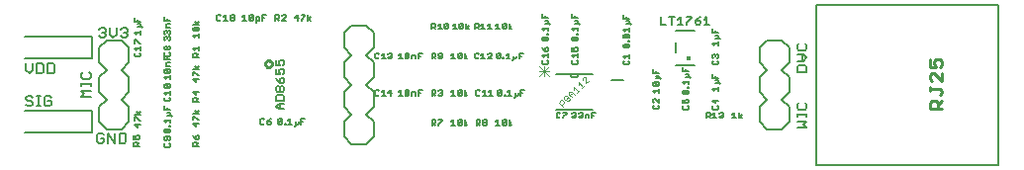
<source format=gto>
G04 EAGLE Gerber X2 export*
G75*
%MOIN*%
%FSLAX24Y24*%
%LPD*%
%AMOC8*
5,1,8,0,0,1.08239X$1,22.5*%
G01*
%ADD10C,0.007000*%
%ADD11C,0.010000*%
%ADD12C,0.008000*%
%ADD13C,0.006000*%
%ADD14C,0.005000*%
%ADD15C,0.017677*%
%ADD16C,0.003000*%
%ADD17C,0.004000*%


D10*
X2735Y5860D02*
X2790Y5915D01*
X2900Y5915D01*
X2955Y5860D01*
X2955Y5805D01*
X2900Y5750D01*
X2845Y5750D01*
X2900Y5750D02*
X2955Y5695D01*
X2955Y5640D01*
X2900Y5585D01*
X2790Y5585D01*
X2735Y5640D01*
X3103Y5695D02*
X3103Y5915D01*
X3103Y5695D02*
X3213Y5585D01*
X3324Y5695D01*
X3324Y5915D01*
X3472Y5860D02*
X3527Y5915D01*
X3637Y5915D01*
X3692Y5860D01*
X3692Y5805D01*
X3637Y5750D01*
X3582Y5750D01*
X3637Y5750D02*
X3692Y5695D01*
X3692Y5640D01*
X3637Y5585D01*
X3527Y5585D01*
X3472Y5640D01*
X2850Y2365D02*
X2905Y2310D01*
X2850Y2365D02*
X2740Y2365D01*
X2685Y2310D01*
X2685Y2090D01*
X2740Y2035D01*
X2850Y2035D01*
X2905Y2090D01*
X2905Y2200D01*
X2795Y2200D01*
X3053Y2035D02*
X3053Y2365D01*
X3274Y2035D01*
X3274Y2365D01*
X3422Y2365D02*
X3422Y2035D01*
X3587Y2035D01*
X3642Y2090D01*
X3642Y2310D01*
X3587Y2365D01*
X3422Y2365D01*
D11*
X8338Y4700D02*
X8340Y4721D01*
X8346Y4740D01*
X8355Y4759D01*
X8367Y4775D01*
X8383Y4789D01*
X8400Y4800D01*
X8419Y4808D01*
X8440Y4812D01*
X8460Y4812D01*
X8481Y4808D01*
X8500Y4800D01*
X8517Y4789D01*
X8533Y4775D01*
X8545Y4759D01*
X8554Y4740D01*
X8560Y4721D01*
X8562Y4700D01*
X8560Y4679D01*
X8554Y4660D01*
X8545Y4641D01*
X8533Y4625D01*
X8517Y4611D01*
X8500Y4600D01*
X8481Y4592D01*
X8460Y4588D01*
X8440Y4588D01*
X8419Y4592D01*
X8400Y4600D01*
X8383Y4611D01*
X8367Y4625D01*
X8355Y4641D01*
X8346Y4660D01*
X8340Y4679D01*
X8338Y4700D01*
D12*
X26265Y2558D02*
X26585Y2558D01*
X26479Y2665D01*
X26585Y2771D01*
X26265Y2771D01*
X26265Y2926D02*
X26265Y3033D01*
X26265Y2980D02*
X26585Y2980D01*
X26585Y3033D02*
X26585Y2926D01*
X26585Y3332D02*
X26532Y3385D01*
X26585Y3332D02*
X26585Y3225D01*
X26532Y3172D01*
X26318Y3172D01*
X26265Y3225D01*
X26265Y3332D01*
X26318Y3385D01*
X26265Y4435D02*
X26585Y4435D01*
X26265Y4435D02*
X26265Y4595D01*
X26318Y4649D01*
X26532Y4649D01*
X26585Y4595D01*
X26585Y4435D01*
X26479Y4803D02*
X26265Y4803D01*
X26479Y4803D02*
X26585Y4910D01*
X26479Y5017D01*
X26265Y5017D01*
X26425Y5017D02*
X26425Y4803D01*
X26585Y5332D02*
X26532Y5385D01*
X26585Y5332D02*
X26585Y5225D01*
X26532Y5172D01*
X26318Y5172D01*
X26265Y5225D01*
X26265Y5332D01*
X26318Y5385D01*
D13*
X280Y4720D02*
X280Y4493D01*
X393Y4380D01*
X507Y4493D01*
X507Y4720D01*
X648Y4720D02*
X648Y4380D01*
X818Y4380D01*
X875Y4437D01*
X875Y4664D01*
X818Y4720D01*
X648Y4720D01*
X1017Y4720D02*
X1017Y4380D01*
X1187Y4380D01*
X1243Y4437D01*
X1243Y4664D01*
X1187Y4720D01*
X1017Y4720D01*
X450Y3620D02*
X507Y3564D01*
X450Y3620D02*
X337Y3620D01*
X280Y3564D01*
X280Y3507D01*
X337Y3450D01*
X450Y3450D01*
X507Y3393D01*
X507Y3337D01*
X450Y3280D01*
X337Y3280D01*
X280Y3337D01*
X648Y3280D02*
X762Y3280D01*
X705Y3280D02*
X705Y3620D01*
X648Y3620D02*
X762Y3620D01*
X1064Y3620D02*
X1121Y3564D01*
X1064Y3620D02*
X951Y3620D01*
X894Y3564D01*
X894Y3337D01*
X951Y3280D01*
X1064Y3280D01*
X1121Y3337D01*
X1121Y3450D01*
X1007Y3450D01*
D14*
X20410Y4774D02*
X20442Y4806D01*
X20410Y4774D02*
X20410Y4711D01*
X20442Y4679D01*
X20568Y4679D01*
X20600Y4711D01*
X20600Y4774D01*
X20568Y4806D01*
X20473Y4900D02*
X20410Y4963D01*
X20600Y4963D01*
X20600Y4900D02*
X20600Y5027D01*
X20568Y5242D02*
X20442Y5242D01*
X20410Y5274D01*
X20410Y5337D01*
X20442Y5369D01*
X20568Y5369D01*
X20600Y5337D01*
X20600Y5274D01*
X20568Y5242D01*
X20442Y5369D01*
X20568Y5463D02*
X20600Y5463D01*
X20568Y5463D02*
X20568Y5495D01*
X20600Y5495D01*
X20600Y5463D01*
X20568Y5574D02*
X20442Y5574D01*
X20410Y5605D01*
X20410Y5669D01*
X20442Y5701D01*
X20568Y5701D01*
X20600Y5669D01*
X20600Y5605D01*
X20568Y5574D01*
X20442Y5701D01*
X20473Y5795D02*
X20410Y5858D01*
X20600Y5858D01*
X20600Y5795D02*
X20600Y5922D01*
X20568Y6047D02*
X20505Y6047D01*
X20568Y6047D02*
X20600Y6079D01*
X20600Y6111D01*
X20568Y6143D01*
X20505Y6143D01*
X20568Y6047D02*
X20632Y6047D01*
X20663Y6016D01*
X20600Y6237D02*
X20410Y6237D01*
X20410Y6364D01*
X20505Y6300D02*
X20505Y6237D01*
X21442Y3306D02*
X21410Y3274D01*
X21410Y3211D01*
X21442Y3179D01*
X21568Y3179D01*
X21600Y3211D01*
X21600Y3274D01*
X21568Y3306D01*
X21600Y3400D02*
X21600Y3527D01*
X21600Y3400D02*
X21473Y3527D01*
X21442Y3527D01*
X21410Y3495D01*
X21410Y3432D01*
X21442Y3400D01*
X21473Y3733D02*
X21410Y3796D01*
X21600Y3796D01*
X21600Y3733D02*
X21600Y3860D01*
X21568Y3954D02*
X21442Y3954D01*
X21410Y3986D01*
X21410Y4049D01*
X21442Y4081D01*
X21568Y4081D01*
X21600Y4049D01*
X21600Y3986D01*
X21568Y3954D01*
X21442Y4081D01*
X21505Y4207D02*
X21568Y4207D01*
X21600Y4238D01*
X21600Y4270D01*
X21568Y4302D01*
X21505Y4302D01*
X21568Y4207D02*
X21632Y4207D01*
X21663Y4175D01*
X21600Y4396D02*
X21410Y4396D01*
X21410Y4523D01*
X21505Y4459D02*
X21505Y4396D01*
X23410Y4774D02*
X23442Y4806D01*
X23410Y4774D02*
X23410Y4711D01*
X23442Y4679D01*
X23568Y4679D01*
X23600Y4711D01*
X23600Y4774D01*
X23568Y4806D01*
X23442Y4900D02*
X23410Y4932D01*
X23410Y4995D01*
X23442Y5027D01*
X23473Y5027D01*
X23505Y4995D01*
X23505Y4963D01*
X23505Y4995D02*
X23537Y5027D01*
X23568Y5027D01*
X23600Y4995D01*
X23600Y4932D01*
X23568Y4900D01*
X23473Y5319D02*
X23410Y5382D01*
X23600Y5382D01*
X23600Y5319D02*
X23600Y5445D01*
X23568Y5571D02*
X23505Y5571D01*
X23568Y5571D02*
X23600Y5603D01*
X23600Y5635D01*
X23568Y5666D01*
X23505Y5666D01*
X23568Y5571D02*
X23632Y5571D01*
X23663Y5540D01*
X23600Y5760D02*
X23410Y5760D01*
X23410Y5887D01*
X23505Y5824D02*
X23505Y5760D01*
X23442Y3281D02*
X23410Y3249D01*
X23410Y3186D01*
X23442Y3154D01*
X23568Y3154D01*
X23600Y3186D01*
X23600Y3249D01*
X23568Y3281D01*
X23600Y3470D02*
X23410Y3470D01*
X23505Y3375D01*
X23505Y3502D01*
X23473Y3794D02*
X23410Y3857D01*
X23600Y3857D01*
X23600Y3794D02*
X23600Y3920D01*
X23568Y4046D02*
X23505Y4046D01*
X23568Y4046D02*
X23600Y4078D01*
X23600Y4110D01*
X23568Y4141D01*
X23505Y4141D01*
X23568Y4046D02*
X23632Y4046D01*
X23663Y4015D01*
X23600Y4235D02*
X23410Y4235D01*
X23410Y4362D01*
X23505Y4299D02*
X23505Y4235D01*
X8975Y3175D02*
X8795Y3175D01*
X8705Y3265D01*
X8795Y3355D01*
X8975Y3355D01*
X8840Y3355D02*
X8840Y3175D01*
X8705Y3470D02*
X8975Y3470D01*
X8975Y3605D01*
X8930Y3650D01*
X8750Y3650D01*
X8705Y3605D01*
X8705Y3470D01*
X8750Y3764D02*
X8705Y3809D01*
X8705Y3899D01*
X8750Y3944D01*
X8795Y3944D01*
X8840Y3899D01*
X8885Y3944D01*
X8930Y3944D01*
X8975Y3899D01*
X8975Y3809D01*
X8930Y3764D01*
X8885Y3764D01*
X8840Y3809D01*
X8795Y3764D01*
X8750Y3764D01*
X8840Y3809D02*
X8840Y3899D01*
X8750Y4149D02*
X8705Y4239D01*
X8750Y4149D02*
X8840Y4059D01*
X8930Y4059D01*
X8975Y4104D01*
X8975Y4194D01*
X8930Y4239D01*
X8885Y4239D01*
X8840Y4194D01*
X8840Y4059D01*
X8705Y4354D02*
X8705Y4534D01*
X8705Y4354D02*
X8840Y4354D01*
X8795Y4444D01*
X8795Y4489D01*
X8840Y4534D01*
X8930Y4534D01*
X8975Y4489D01*
X8975Y4399D01*
X8930Y4354D01*
X8705Y4648D02*
X8705Y4828D01*
X8705Y4648D02*
X8840Y4648D01*
X8795Y4738D01*
X8795Y4783D01*
X8840Y4828D01*
X8930Y4828D01*
X8975Y4783D01*
X8975Y4693D01*
X8930Y4648D01*
X6100Y4929D02*
X5910Y4929D01*
X5910Y5024D01*
X5942Y5056D01*
X6005Y5056D01*
X6037Y5024D01*
X6037Y4929D01*
X6037Y4992D02*
X6100Y5056D01*
X5973Y5150D02*
X5910Y5213D01*
X6100Y5213D01*
X6100Y5150D02*
X6100Y5277D01*
X5973Y5587D02*
X5910Y5650D01*
X6100Y5650D01*
X6100Y5587D02*
X6100Y5714D01*
X6068Y5808D02*
X5942Y5808D01*
X5910Y5840D01*
X5910Y5903D01*
X5942Y5935D01*
X6068Y5935D01*
X6100Y5903D01*
X6100Y5840D01*
X6068Y5808D01*
X5942Y5935D01*
X5910Y6029D02*
X6100Y6029D01*
X6037Y6029D02*
X6100Y6124D01*
X6037Y6029D02*
X5973Y6124D01*
X8679Y6150D02*
X8679Y6340D01*
X8774Y6340D01*
X8806Y6308D01*
X8806Y6245D01*
X8774Y6213D01*
X8679Y6213D01*
X8742Y6213D02*
X8806Y6150D01*
X8900Y6150D02*
X9027Y6150D01*
X8900Y6150D02*
X9027Y6277D01*
X9027Y6308D01*
X8995Y6340D01*
X8932Y6340D01*
X8900Y6308D01*
X9432Y6340D02*
X9432Y6150D01*
X9337Y6245D02*
X9432Y6340D01*
X9464Y6245D02*
X9337Y6245D01*
X9558Y6340D02*
X9685Y6340D01*
X9685Y6308D01*
X9558Y6182D01*
X9558Y6150D01*
X9779Y6150D02*
X9779Y6340D01*
X9779Y6213D02*
X9874Y6150D01*
X9779Y6213D02*
X9874Y6277D01*
D10*
X22181Y5830D02*
X22819Y5830D01*
X22819Y4670D02*
X22181Y4670D01*
X22181Y5084D02*
X22181Y5416D01*
D15*
X22605Y4875D03*
D13*
X21655Y6030D02*
X21655Y6290D01*
X21655Y6030D02*
X21828Y6030D01*
X22036Y6030D02*
X22036Y6290D01*
X21950Y6290D02*
X22123Y6290D01*
X22244Y6203D02*
X22331Y6290D01*
X22331Y6030D01*
X22244Y6030D02*
X22418Y6030D01*
X22539Y6290D02*
X22712Y6290D01*
X22712Y6247D01*
X22539Y6073D01*
X22539Y6030D01*
X22920Y6247D02*
X23007Y6290D01*
X22920Y6247D02*
X22834Y6160D01*
X22834Y6073D01*
X22877Y6030D01*
X22964Y6030D01*
X23007Y6073D01*
X23007Y6117D01*
X22964Y6160D01*
X22834Y6160D01*
X23128Y6203D02*
X23215Y6290D01*
X23215Y6030D01*
X23128Y6030D02*
X23302Y6030D01*
D14*
X22442Y3281D02*
X22410Y3249D01*
X22410Y3186D01*
X22442Y3154D01*
X22568Y3154D01*
X22600Y3186D01*
X22600Y3249D01*
X22568Y3281D01*
X22410Y3375D02*
X22410Y3502D01*
X22410Y3375D02*
X22505Y3375D01*
X22473Y3438D01*
X22473Y3470D01*
X22505Y3502D01*
X22568Y3502D01*
X22600Y3470D01*
X22600Y3407D01*
X22568Y3375D01*
X22568Y3678D02*
X22442Y3678D01*
X22410Y3709D01*
X22410Y3773D01*
X22442Y3805D01*
X22568Y3805D01*
X22600Y3773D01*
X22600Y3709D01*
X22568Y3678D01*
X22442Y3805D01*
X22568Y3899D02*
X22600Y3899D01*
X22568Y3899D02*
X22568Y3930D01*
X22600Y3930D01*
X22600Y3899D01*
X22473Y4009D02*
X22410Y4073D01*
X22600Y4073D01*
X22600Y4136D02*
X22600Y4009D01*
X22568Y4262D02*
X22505Y4262D01*
X22568Y4262D02*
X22600Y4294D01*
X22600Y4325D01*
X22568Y4357D01*
X22505Y4357D01*
X22568Y4262D02*
X22632Y4262D01*
X22663Y4230D01*
X22600Y4451D02*
X22410Y4451D01*
X22410Y4578D01*
X22505Y4515D02*
X22505Y4451D01*
X8306Y2808D02*
X8274Y2840D01*
X8211Y2840D01*
X8179Y2808D01*
X8179Y2682D01*
X8211Y2650D01*
X8274Y2650D01*
X8306Y2682D01*
X8463Y2808D02*
X8527Y2840D01*
X8463Y2808D02*
X8400Y2745D01*
X8400Y2682D01*
X8432Y2650D01*
X8495Y2650D01*
X8527Y2682D01*
X8527Y2713D01*
X8495Y2745D01*
X8400Y2745D01*
X8778Y2682D02*
X8778Y2808D01*
X8809Y2840D01*
X8873Y2840D01*
X8905Y2808D01*
X8905Y2682D01*
X8873Y2650D01*
X8809Y2650D01*
X8778Y2682D01*
X8905Y2808D01*
X8999Y2682D02*
X8999Y2650D01*
X8999Y2682D02*
X9030Y2682D01*
X9030Y2650D01*
X8999Y2650D01*
X9109Y2777D02*
X9173Y2840D01*
X9173Y2650D01*
X9236Y2650D02*
X9109Y2650D01*
X9362Y2682D02*
X9362Y2745D01*
X9362Y2682D02*
X9394Y2650D01*
X9425Y2650D01*
X9457Y2682D01*
X9457Y2745D01*
X9362Y2682D02*
X9362Y2618D01*
X9330Y2587D01*
X9551Y2650D02*
X9551Y2840D01*
X9678Y2840D01*
X9615Y2745D02*
X9551Y2745D01*
X6100Y3429D02*
X5910Y3429D01*
X5910Y3524D01*
X5942Y3556D01*
X6005Y3556D01*
X6037Y3524D01*
X6037Y3429D01*
X6037Y3492D02*
X6100Y3556D01*
X6100Y3745D02*
X5910Y3745D01*
X6005Y3650D01*
X6005Y3777D01*
X6100Y4182D02*
X5910Y4182D01*
X6005Y4087D01*
X6005Y4214D01*
X5910Y4308D02*
X5910Y4435D01*
X5942Y4435D01*
X6068Y4308D01*
X6100Y4308D01*
X6100Y4529D02*
X5910Y4529D01*
X6037Y4529D02*
X6100Y4624D01*
X6037Y4529D02*
X5973Y4624D01*
X4100Y1929D02*
X3910Y1929D01*
X3910Y2024D01*
X3942Y2056D01*
X4005Y2056D01*
X4037Y2024D01*
X4037Y1929D01*
X4037Y1992D02*
X4100Y2056D01*
X3910Y2150D02*
X3910Y2277D01*
X3910Y2150D02*
X4005Y2150D01*
X3973Y2213D01*
X3973Y2245D01*
X4005Y2277D01*
X4068Y2277D01*
X4100Y2245D01*
X4100Y2182D01*
X4068Y2150D01*
X4125Y2657D02*
X3935Y2657D01*
X4030Y2562D01*
X4030Y2689D01*
X3935Y2783D02*
X3935Y2910D01*
X3967Y2910D01*
X4093Y2783D01*
X4125Y2783D01*
X4125Y3004D02*
X3935Y3004D01*
X4062Y3004D02*
X4125Y3099D01*
X4062Y3004D02*
X3998Y3099D01*
X5910Y1929D02*
X6100Y1929D01*
X5910Y1929D02*
X5910Y2024D01*
X5942Y2056D01*
X6005Y2056D01*
X6037Y2024D01*
X6037Y1929D01*
X6037Y1992D02*
X6100Y2056D01*
X5942Y2213D02*
X5910Y2277D01*
X5942Y2213D02*
X6005Y2150D01*
X6068Y2150D01*
X6100Y2182D01*
X6100Y2245D01*
X6068Y2277D01*
X6037Y2277D01*
X6005Y2245D01*
X6005Y2150D01*
X6100Y2682D02*
X5910Y2682D01*
X6005Y2587D01*
X6005Y2714D01*
X5910Y2808D02*
X5910Y2935D01*
X5942Y2935D01*
X6068Y2808D01*
X6100Y2808D01*
X6100Y3029D02*
X5910Y3029D01*
X6037Y3029D02*
X6100Y3124D01*
X6037Y3029D02*
X5973Y3124D01*
D12*
X3000Y4500D02*
X2750Y4750D01*
X2750Y5250D01*
X3000Y5500D01*
X3500Y5500D02*
X3750Y5250D01*
X3750Y4750D01*
X3500Y4500D01*
X2750Y3250D02*
X2750Y2750D01*
X2750Y3250D02*
X3000Y3500D01*
X3500Y3500D02*
X3750Y3250D01*
X3000Y3500D02*
X2750Y3750D01*
X2750Y4250D01*
X3000Y4500D01*
X3500Y4500D02*
X3750Y4250D01*
X3750Y3750D01*
X3500Y3500D01*
X3500Y2500D02*
X3000Y2500D01*
X2750Y2750D01*
X3500Y2500D02*
X3750Y2750D01*
X3750Y3250D01*
X3500Y5500D02*
X3000Y5500D01*
D10*
X2465Y3585D02*
X2135Y3585D01*
X2245Y3695D01*
X2135Y3805D01*
X2465Y3805D01*
X2465Y3953D02*
X2465Y4063D01*
X2465Y4008D02*
X2135Y4008D01*
X2135Y3953D02*
X2135Y4063D01*
X2135Y4364D02*
X2190Y4419D01*
X2135Y4364D02*
X2135Y4254D01*
X2190Y4199D01*
X2410Y4199D01*
X2465Y4254D01*
X2465Y4364D01*
X2410Y4419D01*
D14*
X6814Y6340D02*
X6845Y6308D01*
X6814Y6340D02*
X6750Y6340D01*
X6719Y6308D01*
X6719Y6182D01*
X6750Y6150D01*
X6814Y6150D01*
X6845Y6182D01*
X6940Y6277D02*
X7003Y6340D01*
X7003Y6150D01*
X6940Y6150D02*
X7066Y6150D01*
X7160Y6308D02*
X7192Y6340D01*
X7256Y6340D01*
X7287Y6308D01*
X7287Y6277D01*
X7256Y6245D01*
X7287Y6213D01*
X7287Y6182D01*
X7256Y6150D01*
X7192Y6150D01*
X7160Y6182D01*
X7160Y6213D01*
X7192Y6245D01*
X7160Y6277D01*
X7160Y6308D01*
X7192Y6245D02*
X7256Y6245D01*
X7583Y6277D02*
X7646Y6340D01*
X7646Y6150D01*
X7583Y6150D02*
X7710Y6150D01*
X7804Y6182D02*
X7804Y6308D01*
X7836Y6340D01*
X7899Y6340D01*
X7931Y6308D01*
X7931Y6182D01*
X7899Y6150D01*
X7836Y6150D01*
X7804Y6182D01*
X7931Y6308D01*
X8025Y6277D02*
X8025Y6087D01*
X8025Y6277D02*
X8120Y6277D01*
X8152Y6245D01*
X8152Y6182D01*
X8120Y6150D01*
X8025Y6150D01*
X8246Y6150D02*
X8246Y6340D01*
X8373Y6340D01*
X8309Y6245D02*
X8246Y6245D01*
D12*
X25000Y4750D02*
X25250Y4500D01*
X25000Y4750D02*
X25000Y5250D01*
X25250Y5500D01*
X25750Y5500D02*
X26000Y5250D01*
X26000Y4750D01*
X25750Y4500D01*
X25000Y3250D02*
X25000Y2750D01*
X25000Y3250D02*
X25250Y3500D01*
X25750Y3500D02*
X26000Y3250D01*
X25250Y3500D02*
X25000Y3750D01*
X25000Y4250D01*
X25250Y4500D01*
X25750Y4500D02*
X26000Y4250D01*
X26000Y3750D01*
X25750Y3500D01*
X25750Y2500D02*
X25250Y2500D01*
X25000Y2750D01*
X25750Y2500D02*
X26000Y2750D01*
X26000Y3250D01*
X25750Y5500D02*
X25250Y5500D01*
D14*
X23194Y3065D02*
X23194Y2875D01*
X23194Y3065D02*
X23289Y3065D01*
X23320Y3033D01*
X23320Y2970D01*
X23289Y2938D01*
X23194Y2938D01*
X23257Y2938D02*
X23320Y2875D01*
X23415Y3002D02*
X23478Y3065D01*
X23478Y2875D01*
X23415Y2875D02*
X23541Y2875D01*
X23635Y3033D02*
X23667Y3065D01*
X23731Y3065D01*
X23762Y3033D01*
X23762Y3002D01*
X23731Y2970D01*
X23699Y2970D01*
X23731Y2970D02*
X23762Y2938D01*
X23762Y2907D01*
X23731Y2875D01*
X23667Y2875D01*
X23635Y2907D01*
X24072Y3002D02*
X24136Y3065D01*
X24136Y2875D01*
X24199Y2875D02*
X24072Y2875D01*
X24293Y2875D02*
X24293Y3065D01*
X24293Y2938D02*
X24388Y2875D01*
X24293Y2938D02*
X24388Y3002D01*
D13*
X20400Y4150D02*
X20010Y4150D01*
X19360Y3140D02*
X18140Y3140D01*
X18870Y4360D02*
X19360Y4360D01*
X18870Y4360D02*
X18630Y4360D01*
X18140Y4360D01*
X18630Y4360D02*
X18632Y4339D01*
X18637Y4319D01*
X18646Y4300D01*
X18658Y4283D01*
X18673Y4268D01*
X18690Y4256D01*
X18709Y4247D01*
X18729Y4242D01*
X18750Y4240D01*
X18771Y4242D01*
X18791Y4247D01*
X18810Y4256D01*
X18827Y4268D01*
X18842Y4283D01*
X18854Y4300D01*
X18863Y4319D01*
X18868Y4339D01*
X18870Y4360D01*
D16*
X17899Y4293D02*
X17585Y4607D01*
X17585Y4293D02*
X17899Y4607D01*
X17899Y4450D02*
X17585Y4450D01*
X17742Y4293D02*
X17742Y4607D01*
D17*
X18226Y3402D02*
X18368Y3261D01*
X18226Y3402D02*
X18297Y3473D01*
X18344Y3473D01*
X18392Y3426D01*
X18392Y3379D01*
X18321Y3308D01*
X18453Y3629D02*
X18501Y3629D01*
X18453Y3629D02*
X18406Y3582D01*
X18406Y3535D01*
X18501Y3441D01*
X18548Y3441D01*
X18595Y3488D01*
X18595Y3535D01*
X18548Y3582D01*
X18501Y3535D01*
X18586Y3668D02*
X18680Y3573D01*
X18586Y3668D02*
X18586Y3762D01*
X18680Y3762D01*
X18775Y3668D01*
X18704Y3739D02*
X18610Y3644D01*
X18742Y3824D02*
X18742Y3918D01*
X18884Y3777D01*
X18837Y3730D02*
X18931Y3824D01*
X18899Y3980D02*
X18899Y4075D01*
X19040Y3933D01*
X18993Y3886D02*
X19087Y3980D01*
X19149Y4042D02*
X19244Y4137D01*
X19149Y4231D02*
X19149Y4042D01*
X19149Y4231D02*
X19126Y4254D01*
X19078Y4254D01*
X19031Y4207D01*
X19031Y4160D01*
D12*
X11000Y5250D02*
X11000Y5750D01*
X11250Y6000D01*
X11750Y6000D02*
X12000Y5750D01*
X11000Y4250D02*
X11250Y4000D01*
X11000Y4250D02*
X11000Y4750D01*
X11250Y5000D01*
X11750Y5000D02*
X12000Y4750D01*
X12000Y4250D01*
X11750Y4000D01*
X11250Y5000D02*
X11000Y5250D01*
X11750Y5000D02*
X12000Y5250D01*
X12000Y5750D01*
X11000Y2750D02*
X11000Y2250D01*
X11000Y2750D02*
X11250Y3000D01*
X11750Y3000D02*
X12000Y2750D01*
X11250Y3000D02*
X11000Y3250D01*
X11000Y3750D01*
X11250Y4000D01*
X11750Y4000D02*
X12000Y3750D01*
X12000Y3250D01*
X11750Y3000D01*
X11750Y2000D02*
X11250Y2000D01*
X11000Y2250D01*
X11750Y2000D02*
X12000Y2250D01*
X12000Y2750D01*
X11750Y6000D02*
X11250Y6000D01*
D14*
X4967Y5081D02*
X4935Y5049D01*
X4935Y4986D01*
X4967Y4954D01*
X5093Y4954D01*
X5125Y4986D01*
X5125Y5049D01*
X5093Y5081D01*
X4967Y5175D02*
X4935Y5207D01*
X4935Y5270D01*
X4967Y5302D01*
X4998Y5302D01*
X5030Y5270D01*
X5062Y5302D01*
X5093Y5302D01*
X5125Y5270D01*
X5125Y5207D01*
X5093Y5175D01*
X5062Y5175D01*
X5030Y5207D01*
X4998Y5175D01*
X4967Y5175D01*
X5030Y5207D02*
X5030Y5270D01*
X4967Y5483D02*
X4935Y5515D01*
X4935Y5578D01*
X4967Y5610D01*
X4998Y5610D01*
X5030Y5578D01*
X5030Y5546D01*
X5030Y5578D02*
X5062Y5610D01*
X5093Y5610D01*
X5125Y5578D01*
X5125Y5515D01*
X5093Y5483D01*
X4967Y5704D02*
X4935Y5736D01*
X4935Y5799D01*
X4967Y5831D01*
X4998Y5831D01*
X5030Y5799D01*
X5030Y5767D01*
X5030Y5799D02*
X5062Y5831D01*
X5093Y5831D01*
X5125Y5799D01*
X5125Y5736D01*
X5093Y5704D01*
X5125Y5925D02*
X4998Y5925D01*
X4998Y6020D01*
X5030Y6052D01*
X5125Y6052D01*
X5125Y6146D02*
X4935Y6146D01*
X4935Y6273D01*
X5030Y6209D02*
X5030Y6146D01*
X4967Y2031D02*
X4935Y1999D01*
X4935Y1936D01*
X4967Y1904D01*
X5093Y1904D01*
X5125Y1936D01*
X5125Y1999D01*
X5093Y2031D01*
X5093Y2125D02*
X5125Y2157D01*
X5125Y2220D01*
X5093Y2252D01*
X4967Y2252D01*
X4935Y2220D01*
X4935Y2157D01*
X4967Y2125D01*
X4998Y2125D01*
X5030Y2157D01*
X5030Y2252D01*
X5093Y2378D02*
X4967Y2378D01*
X4935Y2409D01*
X4935Y2473D01*
X4967Y2505D01*
X5093Y2505D01*
X5125Y2473D01*
X5125Y2409D01*
X5093Y2378D01*
X4967Y2505D01*
X5093Y2599D02*
X5125Y2599D01*
X5093Y2599D02*
X5093Y2630D01*
X5125Y2630D01*
X5125Y2599D01*
X4998Y2709D02*
X4935Y2773D01*
X5125Y2773D01*
X5125Y2836D02*
X5125Y2709D01*
X5093Y2962D02*
X5030Y2962D01*
X5093Y2962D02*
X5125Y2994D01*
X5125Y3025D01*
X5093Y3057D01*
X5030Y3057D01*
X5093Y2962D02*
X5157Y2962D01*
X5188Y2930D01*
X5125Y3151D02*
X4935Y3151D01*
X4935Y3278D01*
X5030Y3215D02*
X5030Y3151D01*
X4935Y3539D02*
X4967Y3570D01*
X4935Y3539D02*
X4935Y3475D01*
X4967Y3444D01*
X5093Y3444D01*
X5125Y3475D01*
X5125Y3539D01*
X5093Y3570D01*
X4998Y3665D02*
X4935Y3728D01*
X5125Y3728D01*
X5125Y3665D02*
X5125Y3791D01*
X5093Y3885D02*
X4967Y3885D01*
X4935Y3917D01*
X4935Y3981D01*
X4967Y4012D01*
X5093Y4012D01*
X5125Y3981D01*
X5125Y3917D01*
X5093Y3885D01*
X4967Y4012D01*
X4998Y4183D02*
X4935Y4246D01*
X5125Y4246D01*
X5125Y4183D02*
X5125Y4310D01*
X5093Y4404D02*
X4967Y4404D01*
X4935Y4436D01*
X4935Y4499D01*
X4967Y4531D01*
X5093Y4531D01*
X5125Y4499D01*
X5125Y4436D01*
X5093Y4404D01*
X4967Y4531D01*
X4998Y4625D02*
X5125Y4625D01*
X4998Y4625D02*
X4998Y4720D01*
X5030Y4752D01*
X5125Y4752D01*
X5125Y4846D02*
X4935Y4846D01*
X4935Y4973D01*
X5030Y4909D02*
X5030Y4846D01*
X18249Y3065D02*
X18281Y3033D01*
X18249Y3065D02*
X18186Y3065D01*
X18154Y3033D01*
X18154Y2907D01*
X18186Y2875D01*
X18249Y2875D01*
X18281Y2907D01*
X18375Y3065D02*
X18502Y3065D01*
X18502Y3033D01*
X18375Y2907D01*
X18375Y2875D01*
X18683Y3033D02*
X18715Y3065D01*
X18778Y3065D01*
X18810Y3033D01*
X18810Y3002D01*
X18778Y2970D01*
X18746Y2970D01*
X18778Y2970D02*
X18810Y2938D01*
X18810Y2907D01*
X18778Y2875D01*
X18715Y2875D01*
X18683Y2907D01*
X18904Y3033D02*
X18936Y3065D01*
X18999Y3065D01*
X19031Y3033D01*
X19031Y3002D01*
X18999Y2970D01*
X18967Y2970D01*
X18999Y2970D02*
X19031Y2938D01*
X19031Y2907D01*
X18999Y2875D01*
X18936Y2875D01*
X18904Y2907D01*
X19125Y2875D02*
X19125Y3002D01*
X19220Y3002D01*
X19252Y2970D01*
X19252Y2875D01*
X19346Y2875D02*
X19346Y3065D01*
X19473Y3065D01*
X19409Y2970D02*
X19346Y2970D01*
X13954Y3625D02*
X13954Y3815D01*
X14049Y3815D01*
X14081Y3783D01*
X14081Y3720D01*
X14049Y3688D01*
X13954Y3688D01*
X14017Y3688D02*
X14081Y3625D01*
X14175Y3783D02*
X14207Y3815D01*
X14270Y3815D01*
X14302Y3783D01*
X14302Y3752D01*
X14270Y3720D01*
X14238Y3720D01*
X14270Y3720D02*
X14302Y3688D01*
X14302Y3657D01*
X14270Y3625D01*
X14207Y3625D01*
X14175Y3657D01*
X14612Y3752D02*
X14675Y3815D01*
X14675Y3625D01*
X14612Y3625D02*
X14739Y3625D01*
X14833Y3657D02*
X14833Y3783D01*
X14865Y3815D01*
X14928Y3815D01*
X14960Y3783D01*
X14960Y3657D01*
X14928Y3625D01*
X14865Y3625D01*
X14833Y3657D01*
X14960Y3783D01*
X15054Y3815D02*
X15054Y3625D01*
X15054Y3688D02*
X15149Y3625D01*
X15054Y3688D02*
X15149Y3752D01*
X13954Y2815D02*
X13954Y2625D01*
X13954Y2815D02*
X14049Y2815D01*
X14081Y2783D01*
X14081Y2720D01*
X14049Y2688D01*
X13954Y2688D01*
X14017Y2688D02*
X14081Y2625D01*
X14175Y2815D02*
X14302Y2815D01*
X14302Y2783D01*
X14175Y2657D01*
X14175Y2625D01*
X14612Y2752D02*
X14675Y2815D01*
X14675Y2625D01*
X14612Y2625D02*
X14739Y2625D01*
X14833Y2657D02*
X14833Y2783D01*
X14865Y2815D01*
X14928Y2815D01*
X14960Y2783D01*
X14960Y2657D01*
X14928Y2625D01*
X14865Y2625D01*
X14833Y2657D01*
X14960Y2783D01*
X15054Y2815D02*
X15054Y2625D01*
X15054Y2688D02*
X15149Y2625D01*
X15054Y2688D02*
X15149Y2752D01*
X15454Y2815D02*
X15454Y2625D01*
X15454Y2815D02*
X15549Y2815D01*
X15581Y2783D01*
X15581Y2720D01*
X15549Y2688D01*
X15454Y2688D01*
X15517Y2688D02*
X15581Y2625D01*
X15675Y2783D02*
X15707Y2815D01*
X15770Y2815D01*
X15802Y2783D01*
X15802Y2752D01*
X15770Y2720D01*
X15802Y2688D01*
X15802Y2657D01*
X15770Y2625D01*
X15707Y2625D01*
X15675Y2657D01*
X15675Y2688D01*
X15707Y2720D01*
X15675Y2752D01*
X15675Y2783D01*
X15707Y2720D02*
X15770Y2720D01*
X16112Y2752D02*
X16175Y2815D01*
X16175Y2625D01*
X16112Y2625D02*
X16239Y2625D01*
X16333Y2657D02*
X16333Y2783D01*
X16365Y2815D01*
X16428Y2815D01*
X16460Y2783D01*
X16460Y2657D01*
X16428Y2625D01*
X16365Y2625D01*
X16333Y2657D01*
X16460Y2783D01*
X16554Y2815D02*
X16554Y2625D01*
X16554Y2688D02*
X16649Y2625D01*
X16554Y2688D02*
X16649Y2752D01*
X15570Y3783D02*
X15539Y3815D01*
X15475Y3815D01*
X15444Y3783D01*
X15444Y3657D01*
X15475Y3625D01*
X15539Y3625D01*
X15570Y3657D01*
X15665Y3752D02*
X15728Y3815D01*
X15728Y3625D01*
X15665Y3625D02*
X15791Y3625D01*
X15885Y3752D02*
X15949Y3815D01*
X15949Y3625D01*
X16012Y3625D02*
X15885Y3625D01*
X16178Y3657D02*
X16178Y3783D01*
X16209Y3815D01*
X16273Y3815D01*
X16305Y3783D01*
X16305Y3657D01*
X16273Y3625D01*
X16209Y3625D01*
X16178Y3657D01*
X16305Y3783D01*
X16399Y3657D02*
X16399Y3625D01*
X16399Y3657D02*
X16430Y3657D01*
X16430Y3625D01*
X16399Y3625D01*
X16509Y3752D02*
X16573Y3815D01*
X16573Y3625D01*
X16636Y3625D02*
X16509Y3625D01*
X16762Y3657D02*
X16762Y3720D01*
X16762Y3657D02*
X16794Y3625D01*
X16825Y3625D01*
X16857Y3657D01*
X16857Y3720D01*
X16762Y3657D02*
X16762Y3593D01*
X16730Y3562D01*
X16951Y3625D02*
X16951Y3815D01*
X17078Y3815D01*
X17015Y3720D02*
X16951Y3720D01*
X13954Y4875D02*
X13954Y5065D01*
X14049Y5065D01*
X14081Y5033D01*
X14081Y4970D01*
X14049Y4938D01*
X13954Y4938D01*
X14017Y4938D02*
X14081Y4875D01*
X14175Y4907D02*
X14207Y4875D01*
X14270Y4875D01*
X14302Y4907D01*
X14302Y5033D01*
X14270Y5065D01*
X14207Y5065D01*
X14175Y5033D01*
X14175Y5002D01*
X14207Y4970D01*
X14302Y4970D01*
X14612Y5002D02*
X14675Y5065D01*
X14675Y4875D01*
X14612Y4875D02*
X14739Y4875D01*
X14833Y4907D02*
X14833Y5033D01*
X14865Y5065D01*
X14928Y5065D01*
X14960Y5033D01*
X14960Y4907D01*
X14928Y4875D01*
X14865Y4875D01*
X14833Y4907D01*
X14960Y5033D01*
X15054Y5065D02*
X15054Y4875D01*
X15054Y4938D02*
X15149Y4875D01*
X15054Y4938D02*
X15149Y5002D01*
X13944Y5875D02*
X13944Y6065D01*
X14039Y6065D01*
X14070Y6033D01*
X14070Y5970D01*
X14039Y5938D01*
X13944Y5938D01*
X14007Y5938D02*
X14070Y5875D01*
X14165Y6002D02*
X14228Y6065D01*
X14228Y5875D01*
X14165Y5875D02*
X14291Y5875D01*
X14385Y5907D02*
X14385Y6033D01*
X14417Y6065D01*
X14481Y6065D01*
X14512Y6033D01*
X14512Y5907D01*
X14481Y5875D01*
X14417Y5875D01*
X14385Y5907D01*
X14512Y6033D01*
X14662Y6002D02*
X14725Y6065D01*
X14725Y5875D01*
X14662Y5875D02*
X14789Y5875D01*
X14883Y5907D02*
X14883Y6033D01*
X14915Y6065D01*
X14978Y6065D01*
X15010Y6033D01*
X15010Y5907D01*
X14978Y5875D01*
X14915Y5875D01*
X14883Y5907D01*
X15010Y6033D01*
X15104Y6065D02*
X15104Y5875D01*
X15104Y5938D02*
X15199Y5875D01*
X15104Y5938D02*
X15199Y6002D01*
X15394Y6065D02*
X15394Y5875D01*
X15394Y6065D02*
X15489Y6065D01*
X15520Y6033D01*
X15520Y5970D01*
X15489Y5938D01*
X15394Y5938D01*
X15457Y5938D02*
X15520Y5875D01*
X15615Y6002D02*
X15678Y6065D01*
X15678Y5875D01*
X15615Y5875D02*
X15741Y5875D01*
X15835Y6002D02*
X15899Y6065D01*
X15899Y5875D01*
X15962Y5875D02*
X15835Y5875D01*
X16112Y6002D02*
X16175Y6065D01*
X16175Y5875D01*
X16112Y5875D02*
X16239Y5875D01*
X16333Y5907D02*
X16333Y6033D01*
X16365Y6065D01*
X16428Y6065D01*
X16460Y6033D01*
X16460Y5907D01*
X16428Y5875D01*
X16365Y5875D01*
X16333Y5907D01*
X16460Y6033D01*
X16554Y6065D02*
X16554Y5875D01*
X16554Y5938D02*
X16649Y5875D01*
X16554Y5938D02*
X16649Y6002D01*
X15520Y5033D02*
X15489Y5065D01*
X15425Y5065D01*
X15394Y5033D01*
X15394Y4907D01*
X15425Y4875D01*
X15489Y4875D01*
X15520Y4907D01*
X15615Y5002D02*
X15678Y5065D01*
X15678Y4875D01*
X15615Y4875D02*
X15741Y4875D01*
X15835Y4875D02*
X15962Y4875D01*
X15835Y4875D02*
X15962Y5002D01*
X15962Y5033D01*
X15931Y5065D01*
X15867Y5065D01*
X15835Y5033D01*
X16128Y5033D02*
X16128Y4907D01*
X16128Y5033D02*
X16159Y5065D01*
X16223Y5065D01*
X16255Y5033D01*
X16255Y4907D01*
X16223Y4875D01*
X16159Y4875D01*
X16128Y4907D01*
X16255Y5033D01*
X16349Y4907D02*
X16349Y4875D01*
X16349Y4907D02*
X16380Y4907D01*
X16380Y4875D01*
X16349Y4875D01*
X16459Y5002D02*
X16523Y5065D01*
X16523Y4875D01*
X16586Y4875D02*
X16459Y4875D01*
X16712Y4907D02*
X16712Y4970D01*
X16712Y4907D02*
X16744Y4875D01*
X16775Y4875D01*
X16807Y4907D01*
X16807Y4970D01*
X16712Y4907D02*
X16712Y4843D01*
X16680Y4812D01*
X16901Y4875D02*
X16901Y5065D01*
X17028Y5065D01*
X16965Y4970D02*
X16901Y4970D01*
X12170Y5033D02*
X12139Y5065D01*
X12075Y5065D01*
X12044Y5033D01*
X12044Y4907D01*
X12075Y4875D01*
X12139Y4875D01*
X12170Y4907D01*
X12265Y5002D02*
X12328Y5065D01*
X12328Y4875D01*
X12265Y4875D02*
X12391Y4875D01*
X12485Y5033D02*
X12517Y5065D01*
X12581Y5065D01*
X12612Y5033D01*
X12612Y5002D01*
X12581Y4970D01*
X12549Y4970D01*
X12581Y4970D02*
X12612Y4938D01*
X12612Y4907D01*
X12581Y4875D01*
X12517Y4875D01*
X12485Y4907D01*
X12833Y5002D02*
X12896Y5065D01*
X12896Y4875D01*
X12833Y4875D02*
X12960Y4875D01*
X13054Y4907D02*
X13054Y5033D01*
X13086Y5065D01*
X13149Y5065D01*
X13181Y5033D01*
X13181Y4907D01*
X13149Y4875D01*
X13086Y4875D01*
X13054Y4907D01*
X13181Y5033D01*
X13275Y5002D02*
X13275Y4875D01*
X13275Y5002D02*
X13370Y5002D01*
X13402Y4970D01*
X13402Y4875D01*
X13496Y4875D02*
X13496Y5065D01*
X13623Y5065D01*
X13559Y4970D02*
X13496Y4970D01*
X12170Y3783D02*
X12139Y3815D01*
X12075Y3815D01*
X12044Y3783D01*
X12044Y3657D01*
X12075Y3625D01*
X12139Y3625D01*
X12170Y3657D01*
X12265Y3752D02*
X12328Y3815D01*
X12328Y3625D01*
X12265Y3625D02*
X12391Y3625D01*
X12581Y3625D02*
X12581Y3815D01*
X12485Y3720D01*
X12612Y3720D01*
X12833Y3752D02*
X12896Y3815D01*
X12896Y3625D01*
X12833Y3625D02*
X12960Y3625D01*
X13054Y3657D02*
X13054Y3783D01*
X13086Y3815D01*
X13149Y3815D01*
X13181Y3783D01*
X13181Y3657D01*
X13149Y3625D01*
X13086Y3625D01*
X13054Y3657D01*
X13181Y3783D01*
X13275Y3752D02*
X13275Y3625D01*
X13275Y3752D02*
X13370Y3752D01*
X13402Y3720D01*
X13402Y3625D01*
X13496Y3625D02*
X13496Y3815D01*
X13623Y3815D01*
X13559Y3720D02*
X13496Y3720D01*
X18685Y4789D02*
X18717Y4820D01*
X18685Y4789D02*
X18685Y4725D01*
X18717Y4694D01*
X18843Y4694D01*
X18875Y4725D01*
X18875Y4789D01*
X18843Y4820D01*
X18748Y4915D02*
X18685Y4978D01*
X18875Y4978D01*
X18875Y4915D02*
X18875Y5041D01*
X18685Y5135D02*
X18685Y5262D01*
X18685Y5135D02*
X18780Y5135D01*
X18748Y5199D01*
X18748Y5231D01*
X18780Y5262D01*
X18843Y5262D01*
X18875Y5231D01*
X18875Y5167D01*
X18843Y5135D01*
X18843Y5478D02*
X18717Y5478D01*
X18685Y5509D01*
X18685Y5573D01*
X18717Y5605D01*
X18843Y5605D01*
X18875Y5573D01*
X18875Y5509D01*
X18843Y5478D01*
X18717Y5605D01*
X18843Y5699D02*
X18875Y5699D01*
X18843Y5699D02*
X18843Y5730D01*
X18875Y5730D01*
X18875Y5699D01*
X18748Y5809D02*
X18685Y5873D01*
X18875Y5873D01*
X18875Y5936D02*
X18875Y5809D01*
X18843Y6062D02*
X18780Y6062D01*
X18843Y6062D02*
X18875Y6094D01*
X18875Y6125D01*
X18843Y6157D01*
X18780Y6157D01*
X18843Y6062D02*
X18907Y6062D01*
X18938Y6030D01*
X18875Y6251D02*
X18685Y6251D01*
X18685Y6378D01*
X18780Y6315D02*
X18780Y6251D01*
X17717Y4820D02*
X17685Y4789D01*
X17685Y4725D01*
X17717Y4694D01*
X17843Y4694D01*
X17875Y4725D01*
X17875Y4789D01*
X17843Y4820D01*
X17748Y4915D02*
X17685Y4978D01*
X17875Y4978D01*
X17875Y4915D02*
X17875Y5041D01*
X17717Y5199D02*
X17685Y5262D01*
X17717Y5199D02*
X17780Y5135D01*
X17843Y5135D01*
X17875Y5167D01*
X17875Y5231D01*
X17843Y5262D01*
X17812Y5262D01*
X17780Y5231D01*
X17780Y5135D01*
X17843Y5478D02*
X17717Y5478D01*
X17685Y5509D01*
X17685Y5573D01*
X17717Y5605D01*
X17843Y5605D01*
X17875Y5573D01*
X17875Y5509D01*
X17843Y5478D01*
X17717Y5605D01*
X17843Y5699D02*
X17875Y5699D01*
X17843Y5699D02*
X17843Y5730D01*
X17875Y5730D01*
X17875Y5699D01*
X17748Y5809D02*
X17685Y5873D01*
X17875Y5873D01*
X17875Y5936D02*
X17875Y5809D01*
X17843Y6062D02*
X17780Y6062D01*
X17843Y6062D02*
X17875Y6094D01*
X17875Y6125D01*
X17843Y6157D01*
X17780Y6157D01*
X17843Y6062D02*
X17907Y6062D01*
X17938Y6030D01*
X17875Y6251D02*
X17685Y6251D01*
X17685Y6378D01*
X17780Y6315D02*
X17780Y6251D01*
D12*
X26900Y6700D02*
X33050Y6700D01*
X26900Y6700D02*
X26900Y1300D01*
X33050Y1300D01*
X33050Y6700D01*
D11*
X31150Y3200D02*
X30750Y3200D01*
X30750Y3400D01*
X30816Y3467D01*
X30950Y3467D01*
X31017Y3400D01*
X31017Y3200D01*
X31017Y3333D02*
X31150Y3467D01*
X31083Y3660D02*
X31150Y3727D01*
X31150Y3794D01*
X31083Y3861D01*
X30750Y3861D01*
X30750Y3927D02*
X30750Y3794D01*
X31150Y4121D02*
X31150Y4388D01*
X31150Y4121D02*
X30883Y4388D01*
X30816Y4388D01*
X30750Y4321D01*
X30750Y4188D01*
X30816Y4121D01*
X30750Y4581D02*
X30750Y4848D01*
X30750Y4581D02*
X30950Y4581D01*
X30883Y4715D01*
X30883Y4781D01*
X30950Y4848D01*
X31083Y4848D01*
X31150Y4781D01*
X31150Y4648D01*
X31083Y4581D01*
D14*
X3967Y5070D02*
X3935Y5039D01*
X3935Y4975D01*
X3967Y4944D01*
X4093Y4944D01*
X4125Y4975D01*
X4125Y5039D01*
X4093Y5070D01*
X3998Y5165D02*
X3935Y5228D01*
X4125Y5228D01*
X4125Y5165D02*
X4125Y5291D01*
X3935Y5385D02*
X3935Y5512D01*
X3967Y5512D01*
X4093Y5385D01*
X4125Y5385D01*
X3998Y5694D02*
X3935Y5757D01*
X4125Y5757D01*
X4125Y5694D02*
X4125Y5820D01*
X4093Y5946D02*
X4030Y5946D01*
X4093Y5946D02*
X4125Y5978D01*
X4125Y6010D01*
X4093Y6041D01*
X4030Y6041D01*
X4093Y5946D02*
X4157Y5946D01*
X4188Y5915D01*
X4125Y6135D02*
X3935Y6135D01*
X3935Y6262D01*
X4030Y6199D02*
X4030Y6135D01*
X2500Y2375D02*
X250Y2375D01*
X2500Y2375D02*
X2500Y3125D01*
X250Y3125D01*
X250Y4875D02*
X2500Y4875D01*
X2500Y5625D01*
X250Y5625D01*
M02*

</source>
